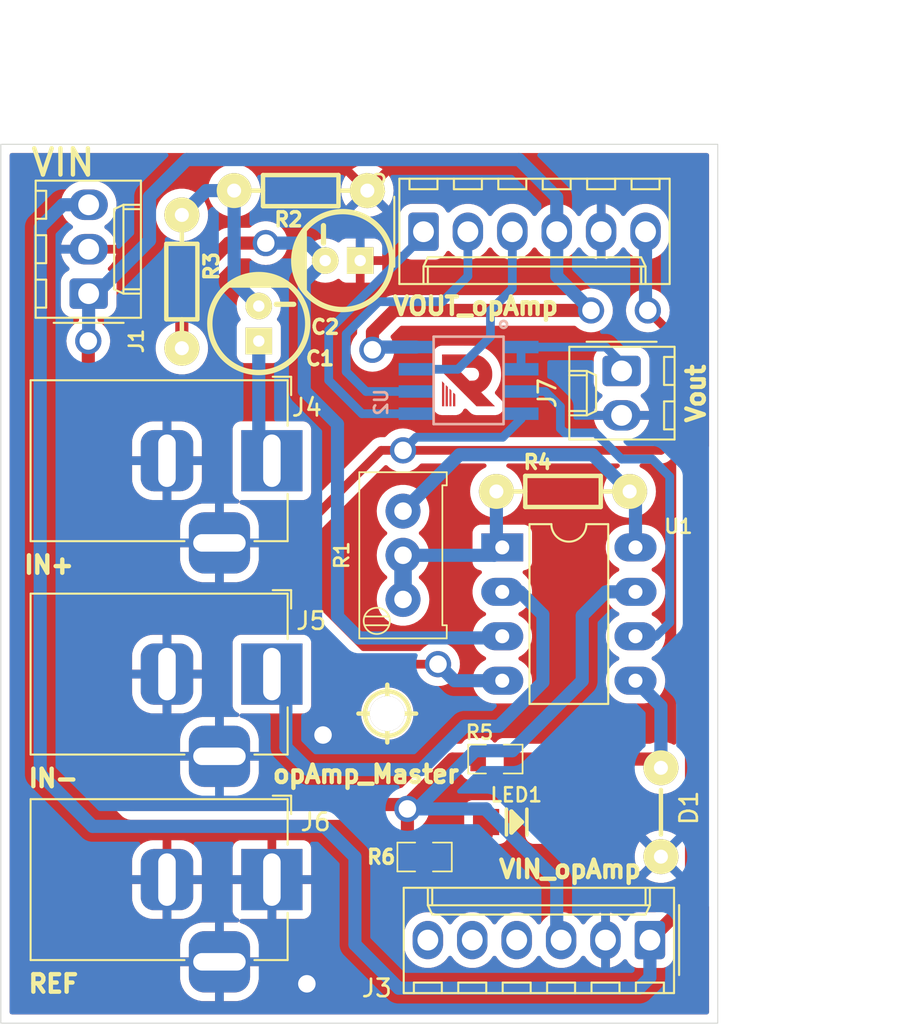
<source format=kicad_pcb>
(kicad_pcb (version 20240108) (generator "pcbnew") (generator_version "8.0")
  (title_block (title "Amplificador Electroencefalograma Master") (date "2025-04-28") (rev "v1.0") (company "E.E.S.T. N°5 \"2 de Abril\" Temperley") (comment 1 "Autor: Iván Romano") (comment 2 "Curso: 7mo 6ta") (comment 3 "Grupo: 2"))
  (layers (0 "F.Cu" signal) (31 "B.Cu" signal) (34 "B.Paste" user) (35 "F.Paste" user) (36 "B.SilkS" user "B.Silkscreen") (37 "F.SilkS" user "F.Silkscreen") (38 "B.Mask" user) (39 "F.Mask" user) (44 "Edge.Cuts" user))
  (net 0 "")
  (net 1 "/IN+")
  (net 2 "Net-(C1-Pad2)")
  (net 3 "/+IN_Clean")
  (net 4 "GND")
  (net 5 "+5V")
  (net 6 "-5V")
  (net 7 "/IN2-")
  (net 8 "/IN2+")
  (net 12 "/IN-")
  (net 13 "/Vout")
  (net 14 "Net-(R1-Pad1)")
  (net 15 "Net-(R1-Pad3)")
  (net 16 "/Vout_AD620")
  (net 17 "/Vref")
  (net 18 "/Out2")
  (net 20 "Net-(LED1-A)")
  (footprint "EESTN5:RES0.3" (layer "F.Cu") (at 162.4 97.6)
    (property "Reference" "R4" (at -1.45 -1.675 0) (layer "F.SilkS") (effects (font (size 0.8 0.8) (thickness 0.2))))
    (property "Value" "2,2k" (hide yes))
    (fp_line (start -2.159 -0.889) (end -2.159 0.889) (stroke (width 0.254)) (layer "F.SilkS"))
    (fp_line (start -2.159 0) (end -3.81 0) (stroke (width 0.254)) (layer "F.SilkS"))
    (fp_line (start -2.159 0.889) (end 2.159 0.889) (stroke (width 0.254)) (layer "F.SilkS"))
    (fp_line (start 2.159 -0.889) (end -2.159 -0.889) (stroke (width 0.254)) (layer "F.SilkS"))
    (fp_line (start 2.159 0) (end 3.81 0) (stroke (width 0.254)) (layer "F.SilkS"))
    (fp_line (start 2.159 0.889) (end 2.159 -0.889) (stroke (width 0.254)) (layer "F.SilkS"))
    (pad "1" thru_hole circle (at -3.81 0) (size 1.99898 1.99898) (drill 0.8001) (layers "*.Cu" "*.Mask" "F.SilkS") (net 14 "Net-(R1-Pad1)"))
    (pad "2" thru_hole circle (at 3.81 0) (size 1.99898 1.99898) (drill 0.8001) (layers "*.Cu" "*.Mask" "F.SilkS") (net 15 "Net-(R1-Pad3)"))
  )
  (footprint "Package_DIP:DIP-8_W7.62mm_LongPads" (layer "F.Cu") (at 158.925 100.8)
    (property "Reference" "U1" (at 10.075 -1.2 0) (layer "F.SilkS") (effects (font (size 0.8 0.8))))
    (property "Value" "AD620")
    (fp_line (start 1.56 -1.33) (end 1.56 8.95) (stroke (width 0.12)) (layer "F.SilkS"))
    (fp_line (start 1.56 8.95) (end 6.06 8.95) (stroke (width 0.12)) (layer "F.SilkS"))
    (fp_line (start 2.81 -1.33) (end 1.56 -1.33) (stroke (width 0.12)) (layer "F.SilkS"))
    (fp_line (start 6.06 -1.33) (end 4.81 -1.33) (stroke (width 0.12)) (layer "F.SilkS"))
    (fp_line (start 6.06 8.95) (end 6.06 -1.33) (stroke (width 0.12)) (layer "F.SilkS"))
    (fp_arc (start 4.81 -1.33) (mid 3.81 -0.33) (end 2.81 -1.33) (stroke (width 0.12)) (layer "F.SilkS"))
    (pad "1" thru_hole rect (at 0 0) (size 2.4 1.6) (drill 0.8) (layers "*.Cu" "*.Mask") (net 14 "Net-(R1-Pad1)"))
    (pad "2" thru_hole oval (at 0 2.54) (size 2.4 1.6) (drill 0.8) (layers "*.Cu" "*.Mask") (net 12 "/IN-"))
    (pad "3" thru_hole oval (at 0 5.08) (size 2.4 1.6) (drill 0.8) (layers "*.Cu" "*.Mask") (net 3 "/+IN_Clean"))
    (pad "4" thru_hole oval (at 0 7.62) (size 2.4 1.6) (drill 0.8) (layers "*.Cu" "*.Mask") (net 6 "-5V"))
    (pad "5" thru_hole oval (at 7.62 7.62) (size 2.4 1.6) (drill 0.8) (layers "*.Cu" "*.Mask") (net 17 "/Vref"))
    (pad "6" thru_hole oval (at 7.62 5.08) (size 2.4 1.6) (drill 0.8) (layers "*.Cu" "*.Mask") (net 16 "/Vout_AD620"))
    (pad "7" thru_hole oval (at 7.62 2.54) (size 2.4 1.6) (drill 0.8) (layers "*.Cu" "*.Mask") (net 5 "+5V"))
    (pad "8" thru_hole oval (at 7.62 0) (size 2.4 1.6) (drill 0.8) (layers "*.Cu" "*.Mask") (net 15 "Net-(R1-Pad3)"))
  )
  (footprint "Logo Romano:Logo_Romano" (layer "F.Cu") (at 157 91.25)
    (property "Reference" "G***" (hide yes))
    (property "Value" "LOGO" (hide yes))
    (fp_poly (pts (xy -1.453839 0.115519) (xy -1.389497 0.184722) (xy -1.389497 0.833426) (xy -1.389497 1.482129) (xy -1.45434 1.482129) (xy -1.519183 1.482129) (xy -1.518682 0.764223) (xy -1.518181 0.046316)) (fill solid) (layer "F.Cu"))
    (fp_poly (pts (xy -1.037491 0.528008) (xy -0.981911 0.581257) (xy -0.981911 1.031693) (xy -0.981911 1.482129) (xy -1.037491 1.482129) (xy -1.093071 1.482129) (xy -1.093071 0.978444) (xy -1.093071 0.474759)) (fill solid) (layer "F.Cu"))
    (fp_poly (pts (xy -0.852828 0.716236) (xy -0.818649 0.746554) (xy -0.809375 0.755973) (xy -0.759592 0.807935) (xy -0.759592 1.145032) (xy -0.759592 1.482129) (xy -0.824435 1.482129) (xy -0.889278 1.482129) (xy -0.889278 1.09307) (xy -0.888596 0.977526) (xy -0.886689 0.875628) (xy -0.883767 0.792788) (xy -0.880039 0.734418) (xy -0.875715 0.705932) (xy -0.874218 0.704011)) (fill solid) (layer "F.Cu"))
    (fp_poly (pts (xy -1.282057 0.289574) (xy -1.247426 0.318541) (xy -1.237666 0.327682) (xy -1.185704 0.377464) (xy -1.185704 0.929797) (xy -1.185704 1.482129) (xy -1.250547 1.482129) (xy -1.315391 1.482129) (xy -1.315391 0.880014) (xy -1.31501 0.73487) (xy -1.313929 0.60231) (xy -1.312242 0.486686) (xy -1.310042 0.392348) (xy -1.307421 0.323647) (xy -1.304473 0.284933) (xy -1.302509 0.277899)) (fill solid) (layer "F.Cu"))
    (fp_poly (pts (xy -0.335413 -1.482076) (xy -0.144705 -1.481708) (xy 0.015915 -1.480717) (xy 0.149929 -1.478795) (xy 0.260819 -1.475635) (xy 0.352069 -1.470927) (xy 0.427161 -1.464364) (xy 0.489577 -1.455637) (xy 0.5428 -1.444438) (xy 0.590312 -1.430458) (xy 0.635596 -1.41339) (xy 0.682134 -1.392924) (xy 0.733409 -1.368754) (xy 0.736233 -1.367407) (xy 0.813545 -1.324628) (xy 0.890455 -1.268458) (xy 0.975887 -1.192021) (xy 1.019241 -1.149432) (xy 1.132907 -1.024054) (xy 1.21824 -0.90163) (xy 1.281465 -0.771756) (xy 1.324982 -0.638529) (xy 1.343891 -0.534821) (xy 1.353092 -0.410124) (xy 1.352576 -0.27906) (xy 1.342336 -0.156249) (xy 1.32526 -0.066552) (xy 1.265633 0.095178) (xy 1.177428 0.253472) (xy 1.067085 0.399575) (xy 0.941043 0.524733) (xy 0.831184 0.605164) (xy 0.777014 0.640089) (xy 0.738084 0.668027) (xy 0.722557 0.683107) (xy 0.722538 0.683328) (xy 0.735139 0.698723) (xy 0.770798 0.736939) (xy 0.826304 0.794672) (xy 0.898442 0.868614) (xy 0.984 0.955459) (xy 1.079765 1.051901) (xy 1.116067 1.088281) (xy 1.509596 1.482129) (xy 0.981137 1.482129) (xy 0.452678 1.482129) (xy -0.533179 0.495587) (xy -1.519036 -0.490956) (xy -1.519071 -0.722539) (xy -0.694401 -0.722539) (xy -0.324043 -0.350835) (xy 0.046316 0.020869) (xy 0.205418 0.015066) (xy 0.288104 0.010558) (xy 0.345381 0.002376) (xy 0.388885 -0.012326) (xy 0.430252 -0.036396) (xy 0.438364 -0.04194) (xy 0.51949 -0.118184) (xy 0.572501 -0.210239) (xy 0.597707 -0.311304) (xy 0.595418 -0.414577) (xy 0.565944 -0.513254) (xy 0.509595 -0.600536) (xy 0.426682 -0.669619) (xy 0.409303 -0.679415) (xy 0.384047 -0.692157) (xy 0.35909 -0.702104) (xy 0.329684 -0.709604) (xy 0.291082 -0.715001) (xy 0.238536 -0.718641) (xy 0.167298 -0.72087) (xy 0.072623 -0.722031) (xy -0.050239 -0.722473) (xy -0.183375 -0.722539) (xy -0.694401 -0.722539) (xy -1.519071 -0.722539) (xy -1.51911 -0.986543) (xy -1.519183 -1.48213) (xy -0.559691 -1.48213)) (fill solid) (layer "F.Cu"))
  )
  (footprint "Connector_BarrelJack:BarrelJack_Horizontal" (layer "F.Cu") (at 145.75 108.0425)
    (property "Reference" "J5" (at 2.25 -3.0425 0) (layer "F.SilkS"))
    (property "Value" "IN-" (at -12.5 5.9575 0) (layer "F.SilkS") (effects (font (thickness 0.25) (bold yes))))
    (fp_line (start -13.8 -4.6) (end 0.9 -4.6) (stroke (width 0.12)) (layer "F.SilkS"))
    (fp_line (start -13.8 4.6) (end -13.8 -4.6) (stroke (width 0.12)) (layer "F.SilkS"))
    (fp_line (start -5 4.6) (end -13.8 4.6) (stroke (width 0.12)) (layer "F.SilkS"))
    (fp_line (start 0.05 -4.8) (end 1.1 -4.8) (stroke (width 0.12)) (layer "F.SilkS"))
    (fp_line (start 0.9 -4.6) (end 0.9 -2) (stroke (width 0.12)) (layer "F.SilkS"))
    (fp_line (start 0.9 1.9) (end 0.9 4.6) (stroke (width 0.12)) (layer "F.SilkS"))
    (fp_line (start 0.9 4.6) (end -1 4.6) (stroke (width 0.12)) (layer "F.SilkS"))
    (fp_line (start 1.1 -3.75) (end 1.1 -4.8) (stroke (width 0.12)) (layer "F.SilkS"))
    (pad "1" thru_hole rect (at 0 0) (size 3.5 3.5) (drill oval 1 3) (layers "*.Cu" "*.Mask") (net 12 "/IN-"))
    (pad "2" thru_hole roundrect (at -6 0) (size 3 3.5) (drill oval 1 3) (layers "*.Cu" "*.Mask") (net 4 "GND"))
    (pad "3" thru_hole roundrect (at -3 4.7) (size 3.5 3.5) (drill oval 3 1) (layers "*.Cu" "*.Mask") (net 4 "GND"))
  )
  (footprint "Connector_Molex:Molex_KK-254_AE-6410-06A_1x06_P2.54mm_Vertical" (layer "F.Cu") (at 167.37 123.25 180)
    (property "Reference" "J3" (at 15.62 -2.75 0) (layer "F.SilkS"))
    (property "Value" "VIN_opAmp" (at 4.57 4.05 0) (layer "F.SilkS") (effects (font (thickness 0.25) (bold yes))))
    (fp_line (start 14.08 2.99) (end 14.08 -3.03) (stroke (width 0.12)) (layer "F.SilkS"))
    (fp_line (start 14.08 -3.03) (end -1.38 -3.03) (stroke (width 0.12)) (layer "F.SilkS"))
    (fp_line (start 13.5 -2.43) (end 13.5 -3.03) (stroke (width 0.12)) (layer "F.SilkS"))
    (fp_line (start 12.7 1.99) (end 12.7 2.99) (stroke (width 0.12)) (layer "F.SilkS"))
    (fp_line (start 12.45 2.99) (end 12.45 1.99) (stroke (width 0.12)) (layer "F.SilkS"))
    (fp_line (start 12.45 1.46) (end 12.7 1.99) (stroke (width 0.12)) (layer "F.SilkS"))
    (fp_line (start 11.9 -2.43) (end 13.5 -2.43) (stroke (width 0.12)) (layer "F.SilkS"))
    (fp_line (start 11.9 -3.03) (end 11.9 -2.43) (stroke (width 0.12)) (layer "F.SilkS"))
    (fp_line (start 10.96 -2.43) (end 10.96 -3.03) (stroke (width 0.12)) (layer "F.SilkS"))
    (fp_line (start 9.36 -2.43) (end 10.96 -2.43) (stroke (width 0.12)) (layer "F.SilkS"))
    (fp_line (start 9.36 -3.03) (end 9.36 -2.43) (stroke (width 0.12)) (layer "F.SilkS"))
    (fp_line (start 8.42 -2.43) (end 8.42 -3.03) (stroke (width 0.12)) (layer "F.SilkS"))
    (fp_line (start 6.82 -2.43) (end 8.42 -2.43) (stroke (width 0.12)) (layer "F.SilkS"))
    (fp_line (start 6.82 -3.03) (end 6.82 -2.43) (stroke (width 0.12)) (layer "F.SilkS"))
    (fp_line (start 5.88 -2.43) (end 5.88 -3.03) (stroke (width 0.12)) (layer "F.SilkS"))
    (fp_line (start 4.28 -2.43) (end 5.88 -2.43) (stroke (width 0.12)) (layer "F.SilkS"))
    (fp_line (start 4.28 -3.03) (end 4.28 -2.43) (stroke (width 0.12)) (layer "F.SilkS"))
    (fp_line (start 3.34 -2.43) (end 3.34 -3.03) (stroke (width 0.12)) (layer "F.SilkS"))
    (fp_line (start 1.74 -2.43) (end 3.34 -2.43) (stroke (width 0.12)) (layer "F.SilkS"))
    (fp_line (start 1.74 -3.03) (end 1.74 -2.43) (stroke (width 0.12)) (layer "F.SilkS"))
    (fp_line (start 0.8 -2.43) (end 0.8 -3.03) (stroke (width 0.12)) (layer "F.SilkS"))
    (fp_line (start 0.25 2.99) (end 0.25 1.99) (stroke (width 0.12)) (layer "F.SilkS"))
    (fp_line (start 0.25 1.46) (end 12.45 1.46) (stroke (width 0.12)) (layer "F.SilkS"))
    (fp_line (start 0 2.99) (end 0 1.99) (stroke (width 0.12)) (layer "F.SilkS"))
    (fp_line (start 0 1.99) (end 12.7 1.99) (stroke (width 0.12)) (layer "F.SilkS"))
    (fp_line (start 0 1.99) (end 0.25 1.46) (stroke (width 0.12)) (layer "F.SilkS"))
    (fp_line (start -0.8 -2.43) (end 0.8 -2.43) (stroke (width 0.12)) (layer "F.SilkS"))
    (fp_line (start -0.8 -3.03) (end -0.8 -2.43) (stroke (width 0.12)) (layer "F.SilkS"))
    (fp_line (start -1.38 2.99) (end 14.08 2.99) (stroke (width 0.12)) (layer "F.SilkS"))
    (fp_line (start -1.38 -3.03) (end -1.38 2.99) (stroke (width 0.12)) (layer "F.SilkS"))
    (fp_line (start -1.67 -2) (end -1.67 2) (stroke (width 0.12)) (layer "F.SilkS"))
    (pad "1" thru_hole roundrect (at 0 0 180) (size 1.74 2.19) (drill 1.19) (layers "*.Cu" "*.Mask") (roundrect_rratio 0.143678) (net 6 "-5V"))
    (pad "2" thru_hole oval (at 2.54 0 180) (size 1.74 2.19) (drill 1.19) (layers "*.Cu" "*.Mask") (net 4 "GND"))
    (pad "3" thru_hole oval (at 5.08 0 180) (size 1.74 2.19) (drill 1.19) (layers "*.Cu" "*.Mask") (net 5 "+5V"))
    (pad "4" thru_hole oval (at 7.62 0 180) (size 1.74 2.19) (drill 1.19) (layers "*.Cu" "*.Mask"))
    (pad "5" thru_hole oval (at 10.16 0 180) (size 1.74 2.19) (drill 1.19) (layers "*.Cu" "*.Mask"))
    (pad "6" thru_hole oval (at 12.7 0 180) (size 1.74 2.19) (drill 1.19) (layers "*.Cu" "*.Mask"))
  )
  (footprint "Connector_Molex:Molex_KK-254_AE-6410-02A_1x02_P2.54mm_Vertical" (layer "F.Cu") (at 165.75 90.71 -90)
    (property "Reference" "J7" (at 1.27 4.25 90) (layer "F.SilkS"))
    (property "Value" "Vout" (at 1.29 -4.25 90) (layer "F.SilkS") (effects (font (thickness 0.25) (bold yes))))
    (fp_line (start -1.38 2.99) (end 3.92 2.99) (stroke (width 0.12)) (layer "F.SilkS"))
    (fp_line (start 0 2.99) (end 0 1.99) (stroke (width 0.12)) (layer "F.SilkS"))
    (fp_line (start 0.25 2.99) (end 0.25 1.99) (stroke (width 0.12)) (layer "F.SilkS"))
    (fp_line (start 2.29 2.99) (end 2.29 1.99) (stroke (width 0.12)) (layer "F.SilkS"))
    (fp_line (start 3.92 2.99) (end 3.92 -3.03) (stroke (width 0.12)) (layer "F.SilkS"))
    (fp_line (start 0 1.99) (end 2.54 1.99) (stroke (width 0.12)) (layer "F.SilkS"))
    (fp_line (start 0 1.99) (end 0.25 1.46) (stroke (width 0.12)) (layer "F.SilkS"))
    (fp_line (start 2.54 1.99) (end 2.54 2.99) (stroke (width 0.12)) (layer "F.SilkS"))
    (fp_line (start 0.25 1.46) (end 2.29 1.46) (stroke (width 0.12)) (layer "F.SilkS"))
    (fp_line (start 2.29 1.46) (end 2.54 1.99) (stroke (width 0.12)) (layer "F.SilkS"))
    (fp_line (start -1.67 -2) (end -1.67 2) (stroke (width 0.12)) (layer "F.SilkS"))
    (fp_line (start -0.8 -2.43) (end 0.8 -2.43) (stroke (width 0.12)) (layer "F.SilkS"))
    (fp_line (start 0.8 -2.43) (end 0.8 -3.03) (stroke (width 0.12)) (layer "F.SilkS"))
    (fp_line (start 1.74 -2.43) (end 3.34 -2.43) (stroke (width 0.12)) (layer "F.SilkS"))
    (fp_line (start 3.34 -2.43) (end 3.34 -3.03) (stroke (width 0.12)) (layer "F.SilkS"))
    (fp_line (start -1.38 -3.03) (end -1.38 2.99) (stroke (width 0.12)) (layer "F.SilkS"))
    (fp_line (start -0.8 -3.03) (end -0.8 -2.43) (stroke (width 0.12)) (layer "F.SilkS"))
    (fp_line (start 1.74 -3.03) (end 1.74 -2.43) (stroke (width 0.12)) (layer "F.SilkS"))
    (fp_line (start 3.92 -3.03) (end -1.38 -3.03) (stroke (width 0.12)) (layer "F.SilkS"))
    (pad "1" thru_hole roundrect (at 0 0 270) (size 1.74 2.19) (drill 1.19) (layers "*.Cu" "*.Mask") (roundrect_rratio 0.143678) (net 13 "/Vout"))
    (pad "2" thru_hole oval (at 2.54 0 270) (size 1.74 2.19) (drill 1.19) (layers "*.Cu" "*.Mask") (net 4 "GND"))
  )
  (footprint "EESTN5:CAP_ELEC_5x11mm" (layer "F.Cu") (at 145 88)
    (property "Reference" "C1" (at 3.5 2 0) (layer "F.SilkS") (effects (font (size 0.8 0.8) (thickness 0.2))))
    (property "Value" "120u" (hide yes))
    (fp_line (start -1.7 -2.2) (end 1.7 -2.2) (stroke (width 0.3048)) (layer "F.SilkS"))
    (fp_line (start -1.3 -2.4) (end 1.3 -2.4) (stroke (width 0.3048)) (layer "F.SilkS"))
    (fp_line (start -0.8 -2.6) (end 0.8 -2.6) (stroke (width 0.3048)) (layer "F.SilkS"))
    (fp_line (start 1 -1.1) (end 2 -1.1) (stroke (width 0.3)) (layer "F.SilkS"))
    (fp_circle (center 0 0) (end 2.8 0) (stroke (width 0.3048)) (fill none) (layer "F.SilkS"))
    (pad "1" thru_hole rect (at 0 1) (size 1.524 1.524) (drill 0.65) (layers "*.Cu" "*.Mask" "F.SilkS") (net 1 "/IN+"))
    (pad "2" thru_hole circle (at 0 -1) (size 1.524 1.524) (drill 0.65) (layers "*.Cu" "*.Mask" "F.SilkS") (net 2 "Net-(C1-Pad2)"))
  )
  (footprint "Connector_Molex:Molex_KK-254_AE-6410-06A_1x06_P2.54mm_Vertical" (layer "F.Cu") (at 154.42 82.75)
    (property "Reference" "J2" (at -2.92 -2.75 0) (layer "F.SilkS"))
    (property "Value" "VOUT_opAmp" (at 2.98 4.25 0) (layer "F.SilkS") (effects (font (thickness 0.25) (bold yes))))
    (fp_line (start -1.67 -2) (end -1.67 2) (stroke (width 0.12)) (layer "F.SilkS"))
    (fp_line (start -1.38 -3.03) (end -1.38 2.99) (stroke (width 0.12)) (layer "F.SilkS"))
    (fp_line (start -1.38 2.99) (end 14.08 2.99) (stroke (width 0.12)) (layer "F.SilkS"))
    (fp_line (start -0.8 -3.03) (end -0.8 -2.43) (stroke (width 0.12)) (layer "F.SilkS"))
    (fp_line (start -0.8 -2.43) (end 0.8 -2.43) (stroke (width 0.12)) (layer "F.SilkS"))
    (fp_line (start 0 1.99) (end 0.25 1.46) (stroke (width 0.12)) (layer "F.SilkS"))
    (fp_line (start 0 1.99) (end 12.7 1.99) (stroke (width 0.12)) (layer "F.SilkS"))
    (fp_line (start 0 2.99) (end 0 1.99) (stroke (width 0.12)) (layer "F.SilkS"))
    (fp_line (start 0.25 1.46) (end 12.45 1.46) (stroke (width 0.12)) (layer "F.SilkS"))
    (fp_line (start 0.25 2.99) (end 0.25 1.99) (stroke (width 0.12)) (layer "F.SilkS"))
    (fp_line (start 0.8 -2.43) (end 0.8 -3.03) (stroke (width 0.12)) (layer "F.SilkS"))
    (fp_line (start 1.74 -3.03) (end 1.74 -2.43) (stroke (width 0.12)) (layer "F.SilkS"))
    (fp_line (start 1.74 -2.43) (end 3.34 -2.43) (stroke (width 0.12)) (layer "F.SilkS"))
    (fp_line (start 3.34 -2.43) (end 3.34 -3.03) (stroke (width 0.12)) (layer "F.SilkS"))
    (fp_line (start 4.28 -3.03) (end 4.28 -2.43) (stroke (width 0.12)) (layer "F.SilkS"))
    (fp_line (start 4.28 -2.43) (end 5.88 -2.43) (stroke (width 0.12)) (layer "F.SilkS"))
    (fp_line (start 5.88 -2.43) (end 5.88 -3.03) (stroke (width 0.12)) (layer "F.SilkS"))
    (fp_line (start 6.82 -3.03) (end 6.82 -2.43) (stroke (width 0.12)) (layer "F.SilkS"))
    (fp_line (start 6.82 -2.43) (end 8.42 -2.43) (stroke (width 0.12)) (layer "F.SilkS"))
    (fp_line (start 8.42 -2.43) (end 8.42 -3.03) (stroke (width 0.12)) (layer "F.SilkS"))
    (fp_line (start 9.36 -3.03) (end 9.36 -2.43) (stroke (width 0.12)) (layer "F.SilkS"))
    (fp_line (start 9.36 -2.43) (end 10.96 -2.43) (stroke (width 0.12)) (layer "F.SilkS"))
    (fp_line (start 10.96 -2.43) (end 10.96 -3.03) (stroke (width 0.12)) (layer "F.SilkS"))
    (fp_line (start 11.9 -3.03) (end 11.9 -2.43) (stroke (width 0.12)) (layer "F.SilkS"))
    (fp_line (start 11.9 -2.43) (end 13.5 -2.43) (stroke (width 0.12)) (layer "F.SilkS"))
    (fp_line (start 12.45 1.46) (end 12.7 1.99) (stroke (width 0.12)) (layer "F.SilkS"))
    (fp_line (start 12.45 2.99) (end 12.45 1.99) (stroke (width 0.12)) (layer "F.SilkS"))
    (fp_line (start 12.7 1.99) (end 12.7 2.99) (stroke (width 0.12)) (layer "F.SilkS"))
    (fp_line (start 13.5 -2.43) (end 13.5 -3.03) (stroke (width 0.12)) (layer "F.SilkS"))
    (fp_line (start 14.08 -3.03) (end -1.38 -3.03) (stroke (width 0.12)) (layer "F.SilkS"))
    (fp_line (start 14.08 2.99) (end 14.08 -3.03) (stroke (width 0.12)) (layer "F.SilkS"))
    (pad "1" thru_hole roundrect (at 0 0) (size 1.74 2.19) (drill 1.19) (layers "*.Cu" "*.Mask") (roundrect_rratio 0.143678) (net 8 "/IN2+"))
    (pad "2" thru_hole oval (at 2.54 0) (size 1.74 2.19) (drill 1.19) (layers "*.Cu" "*.Mask") (net 7 "/IN2-"))
    (pad "3" thru_hole oval (at 5.08 0) (size 1.74 2.19) (drill 1.19) (layers "*.Cu" "*.Mask") (net 18 "/Out2"))
    (pad "4" thru_hole oval (at 7.62 0) (size 1.74 2.19) (drill 1.19) (layers "*.Cu" "*.Mask") (net 5 "+5V"))
    (pad "5" thru_hole oval (at 10.16 0) (size 1.74 2.19) (drill 1.19) (layers "*.Cu" "*.Mask") (net 4 "GND"))
    (pad "6" thru_hole oval (at 12.7 0) (size 1.74 2.19) (drill 1.19) (layers "*.Cu" "*.Mask") (net 6 "-5V"))
  )
  (footprint "Connector_Molex:Molex_KK-254_AE-6410-03A_1x03_P2.54mm_Vertical" (layer "F.Cu") (at 135.27 86.29 90)
    (property "Reference" "J1" (at -2.71 2.73 90) (layer "F.SilkS") (effects (font (size 0.8 0.8))))
    (property "Value" "VIN" (at 7.49 -1.47 180) (layer "F.SilkS") (effects (font (size 1.5 1.5) (thickness 0.25) (bold yes))))
    (fp_line (start 6.46 -3.03) (end -1.38 -3.03) (stroke (width 0.12)) (layer "F.SilkS"))
    (fp_line (start 4.28 -3.03) (end 4.28 -2.43) (stroke (width 0.12)) (layer "F.SilkS"))
    (fp_line (start 1.74 -3.03) (end 1.74 -2.43) (stroke (width 0.12)) (layer "F.SilkS"))
    (fp_line (start -0.8 -3.03) (end -0.8 -2.43) (stroke (width 0.12)) (layer "F.SilkS"))
    (fp_line (start -1.38 -3.03) (end -1.38 2.99) (stroke (width 0.12)) (layer "F.SilkS"))
    (fp_line (start 5.88 -2.43) (end 5.88 -3.03) (stroke (width 0.12)) (layer "F.SilkS"))
    (fp_line (start 4.28 -2.43) (end 5.88 -2.43) (stroke (width 0.12)) (layer "F.SilkS"))
    (fp_line (start 3.34 -2.43) (end 3.34 -3.03) (stroke (width 0.12)) (layer "F.SilkS"))
    (fp_line (start 1.74 -2.43) (end 3.34 -2.43) (stroke (width 0.12)) (layer "F.SilkS"))
    (fp_line (start 0.8 -2.43) (end 0.8 -3.03) (stroke (width 0.12)) (layer "F.SilkS"))
    (fp_line (start -0.8 -2.43) (end 0.8 -2.43) (stroke (width 0.12)) (layer "F.SilkS"))
    (fp_line (start -1.67 -2) (end -1.67 2) (stroke (width 0.12)) (layer "F.SilkS"))
    (fp_line (start 4.83 1.46) (end 5.08 1.99) (stroke (width 0.12)) (layer "F.SilkS"))
    (fp_line (start 0.25 1.46) (end 4.83 1.46) (stroke (width 0.12)) (layer "F.SilkS"))
    (fp_line (start 5.08 1.99) (end 5.08 2.99) (stroke (width 0.12)) (layer "F.SilkS"))
    (fp_line (start 0 1.99) (end 0.25 1.46) (stroke (width 0.12)) (layer "F.SilkS"))
    (fp_line (start 0 1.99) (end 5.08 1.99) (stroke (width 0.12)) (layer "F.SilkS"))
    (fp_line (start 6.46 2.99) (end 6.46 -3.03) (stroke (width 0.12)) (layer "F.SilkS"))
    (fp_line (start 4.83 2.99) (end 4.83 1.99) (stroke (width 0.12)) (layer "F.SilkS"))
    (fp_line (start 0.25 2.99) (end 0.25 1.99) (stroke (width 0.12)) (layer "F.SilkS"))
    (fp_line (start 0 2.99) (end 0 1.99) (stroke (width 0.12)) (layer "F.SilkS"))
    (fp_line (start -1.38 2.99) (end 6.46 2.99) (stroke (width 0.12)) (layer "F.SilkS"))
    (pad "1" thru_hole roundrect (at 0 0 90) (size 1.74 2.19) (drill 1.19) (layers "*.Cu" "*.Mask") (roundrect_rratio 0.143678) (net 5 "+5V"))
    (pad "2" thru_hole oval (at 2.54 0 90) (size 1.74 2.19) (drill 1.19) (layers "*.Cu" "*.Mask") (net 4 "GND"))
    (pad "3" thru_hole oval (at 5.08 0 90) (size 1.74 2.19) (drill 1.19) (layers "*.Cu" "*.Mask") (net 6 "-5V"))
  )
  (footprint "EESTN5:CAP_ELEC_5x11mm" (layer "F.Cu") (at 149.8 84.4 90)
    (property "Reference" "C2" (at -3.8 -1 180) (layer "F.SilkS") (effects (font (size 0.8 0.8) (thickness 0.2))))
    (property "Value" "47u" (hide yes))
    (fp_line (start -0.8 -2.6) (end 0.8 -2.6) (stroke (width 0.3048)) (layer "F.SilkS"))
    (fp_line (start -1.3 -2.4) (end 1.3 -2.4) (stroke (width 0.3048)) (layer "F.SilkS"))
    (fp_line (start -1.7 -2.2) (end 1.7 -2.2) (stroke (width 0.3048)) (layer "F.SilkS"))
    (fp_line (start 1 -1.1) (end 2 -1.1) (stroke (width 0.3)) (layer "F.SilkS"))
    (fp_circle (center 0 0) (end 2.8 0) (stroke (width 0.3048)) (fill none) (layer "F.SilkS"))
    (pad "1" thru_hole rect (at 0 1 90) (size 1.524 1.524) (drill 0.65) (layers "*.Cu" "*.Mask" "F.SilkS") (net 4 "GND"))
    (pad "2" thru_hole circle (at 0 -1 90) (size 1.524 1.524) (drill 0.65) (layers "*.Cu" "*.Mask" "F.SilkS") (net 3 "/+IN_Clean"))
  )
  (footprint "EESTN5:LED_1206" (layer "F.Cu") (at 159.74752 116.5)
    (property "Reference" "LED1" (at -0.02252 -1.55 0) (layer "F.SilkS") (effects (font (size 0.8001 0.8001) (thickness 0.14986))))
    (property "Value" "LED" (hide yes))
    (fp_line (start -0.5842 -0.7366) (end -0.5842 0.7366) (stroke (width 0.2032)) (layer "F.SilkS"))
    (fp_line (start -0.29972 -0.59944) (end -0.29972 0.59944) (stroke (width 0.254)) (layer "F.SilkS"))
    (fp_line (start -0.29972 0.59944) (end 0.29972 0) (stroke (width 0.254)) (layer "F.SilkS"))
    (fp_line (start -0.09906 0.29972) (end -0.09906 -0.29972) (stroke (width 0.254)) (layer "F.SilkS"))
    (fp_line (start 0 -0.20066) (end 0 0.09906) (stroke (width 0.254)) (layer "F.SilkS"))
    (fp_line (start 0.29972 0) (end -0.29972 -0.59944) (stroke (width 0.254)) (layer "F.SilkS"))
    (fp_line (start 0.5842 0.7366) (end 0.5842 -0.7366) (stroke (width 0.2032)) (layer "F.SilkS"))
    (pad "1" smd rect (at -1.74752 0) (size 1.4986 1.4986) (layers "F.Cu" "F.Paste" "F.Mask") (net 20 "Net-(LED1-A)"))
    (pad "2" smd rect (at 1.74752 0) (size 1.4986 1.4986) (layers "F.Cu" "F.Paste" "F.Mask") (net 4 "GND"))
  )
  (footprint "Connector_BarrelJack:BarrelJack_Horizontal" (layer "F.Cu") (at 145.75 119.7925)
    (property "Reference" "J6" (at 2.5 -3.2925 0) (layer "F.SilkS"))
    (property "Value" "REF" (at -12.5 5.9575 0) (layer "F.SilkS") (effects (font (thickness 0.25) (bold yes))))
    (fp_line (start -13.8 -4.6) (end 0.9 -4.6) (stroke (width 0.12)) (layer "F.SilkS"))
    (fp_line (start -13.8 4.6) (end -13.8 -4.6) (stroke (width 0.12)) (layer "F.SilkS"))
    (fp_line (start -5 4.6) (end -13.8 4.6) (stroke (width 0.12)) (layer "F.SilkS"))
    (fp_line (start 0.05 -4.8) (end 1.1 -4.8) (stroke (width 0.12)) (layer "F.SilkS"))
    (fp_line (start 0.9 -4.6) (end 0.9 -2) (stroke (width 0.12)) (layer "F.SilkS"))
    (fp_line (start 0.9 1.9) (end 0.9 4.6) (stroke (width 0.12)) (layer "F.SilkS"))
    (fp_line (start 0.9 4.6) (end -1 4.6) (stroke (width 0.12)) (layer "F.SilkS"))
    (fp_line (start 1.1 -3.75) (end 1.1 -4.8) (stroke (width 0.12)) (layer "F.SilkS"))
    (pad "1" thru_hole rect (at 0 0) (size 3.5 3.5) (drill oval 1 3) (layers "*.Cu" "*.Mask") (net 4 "GND"))
    (pad "2" thru_hole roundrect (at -6 0) (size 3 3.5) (drill oval 1 3) (layers "*.Cu" "*.Mask") (net 4 "GND"))
    (pad "3" thru_hole roundrect (at -3 4.7) (size 3.5 3.5) (drill oval 3 1) (layers "*.Cu" "*.Mask") (net 4 "GND"))
  )
  (footprint "EESTN5:RES0.3" (layer "F.Cu") (at 147.4 80.4)
    (property "Reference" "R2" (at -0.7 1.65 0) (layer "F.SilkS") (effects (font (size 0.8 0.8) (thickness 0.2))))
    (property "Value" "2,7k" (hide yes))
    (fp_line (start -2.159 -0.889) (end -2.159 0.889) (stroke (width 0.254)) (layer "F.SilkS"))
    (fp_line (start -2.159 0) (end -3.81 0) (stroke (width 0.254)) (layer "F.SilkS"))
    (fp_line (start -2.159 0.889) (end 2.159 0.889) (stroke (width 0.254)) (layer "F.SilkS"))
    (fp_line (start 2.159 -0.889) (end -2.159 -0.889) (stroke (width 0.254)) (layer "F.SilkS"))
    (fp_line (start 2.159 0) (end 3.81 0) (stroke (width 0.254)) (layer "F.SilkS"))
    (fp_line (start 2.159 0.889) (end 2.159 -0.889) (stroke (width 0.254)) (layer "F.SilkS"))
    (pad "1" thru_hole circle (at -3.81 0) (size 1.99898 1.99898) (drill 0.8001) (layers "*.Cu" "*.Mask" "F.SilkS") (net 2 "Net-(C1-Pad2)"))
    (pad "2" thru_hole circle (at 3.81 0) (size 1.99898 1.99898) (drill 0.8001) (layers "*.Cu" "*.Mask" "F.SilkS") (net 4 "GND"))
  )
  (footprint "Logo Romano:Potenciometer_Trimpot" (layer "F.Cu") (at 153.25 101.25 90)
    (property "Reference" "R1" (at 0 -3.5 90) (layer "F.SilkS") (effects (font (size 0.8 0.8))))
    (property "Value" "10k")
    (fp_line (start 4.75 -2.5) (end 4.75 2.5) (stroke (width 0.1)) (layer "F.SilkS"))
    (fp_line (start -4.75 -2.5) (end 4.75 -2.5) (stroke (width 0.1)) (layer "F.SilkS"))
    (fp_line (start -3.5 -2.2) (end -3.5 -0.8) (stroke (width 0.1)) (layer "F.SilkS"))
    (fp_line (start -4 -2.2) (end -4 -0.8) (stroke (width 0.1)) (layer "F.SilkS"))
    (fp_line (start 4 2.25) (end 4 2.5) (stroke (width 0.1)) (layer "F.SilkS"))
    (fp_line (start -4 2.25) (end 4 2.25) (stroke (width 0.1)) (layer "F.SilkS"))
    (fp_line (start 4.75 2.5) (end 4 2.5) (stroke (width 0.1)) (layer "F.SilkS"))
    (fp_line (start -4 2.5) (end -4 2.25) (stroke (width 0.1)) (layer "F.SilkS"))
    (fp_line (start -4.75 2.5) (end -4.75 -2.5) (stroke (width 0.1)) (layer "F.SilkS"))
    (fp_line (start -4.75 2.5) (end -4 2.5) (stroke (width 0.1)) (layer "F.SilkS"))
    (fp_circle (center -3.75 -1.5) (end -3 -1.5) (stroke (width 0.1)) (fill none) (layer "F.SilkS"))
    (pad "1" thru_hole circle (at -2.525 0 90) (size 2 2) (drill 1) (layers "*.Cu" "*.Mask") (net 14 "Net-(R1-Pad1)"))
    (pad "2" thru_hole circle (at 0 0 90) (size 2 2) (drill 1) (layers "*.Cu" "*.Mask") (net 14 "Net-(R1-Pad1)"))
    (pad "3" thru_hole circle (at 2.525 0 90) (size 2 2) (drill 1) (layers "*.Cu" "*.Mask") (net 15 "Net-(R1-Pad3)"))
  )
  (footprint "EESTN5:RES0.2" (layer "F.Cu") (at 168 115.94 90)
    (property "Reference" "D1" (at 0.25 1.6 90) (layer "F.SilkS"))
    (property "Value" "D_Zener")
    (fp_line (start -1.27 0) (end 1.27 0) (stroke (width 0.254)) (layer "F.SilkS"))
    (fp_circle (center -2.54 0) (end -2.159 0) (stroke (width 0.3048)) (fill none) (layer "F.SilkS"))
    (pad "1" thru_hole circle (at -2.54 0 90) (size 1.99898 1.99898) (drill 0.8001) (layers "*.Cu" "*.Mask" "F.SilkS") (net 4 "GND"))
    (pad "2" thru_hole circle (at 2.54 0 90) (size 1.99898 1.99898) (drill 0.8001) (layers "*.Cu" "*.Mask" "F.SilkS") (net 17 "/Vref"))
  )
  (footprint "EESTN5:hole_2mm" (layer "F.Cu") (at 152.35 110.3)
    (property "Reference" "J8" (hide yes))
    (property "Value" "Mounting_Hole" (hide yes))
    (fp_line (start -1.651 0) (end 1.651 0) (stroke (width 0.254)) (layer "F.SilkS"))
    (fp_line (start 0 -1.651) (end 0 1.651) (stroke (width 0.254)) (layer "F.SilkS"))
    (fp_circle (center 0 0) (end 1.27 -0.127) (stroke (width 0.254)) (fill none) (layer "F.SilkS"))
    (pad "1" thru_hole circle (at 0 0) (size 1.99898 1.99898) (drill 1.99898) (layers "*.Cu" "F.SilkS"))
  )
  (footprint "EESTN5:R_0805" (layer "F.Cu") (at 158.5 112.9)
    (property "Reference" "R5" (at -0.875 -1.525 0) (layer "F.SilkS") (effects (font (size 0.8 0.8) (thickness 0.15) (bold yes))))
    (property "Value" "330" (hide yes))
    (fp_line (start -1.524 -0.8255) (end -0.508 -0.8255) (stroke (width 0.09906)) (layer "F.SilkS"))
    (fp_line (start -1.524 0.8255) (end -1.524 -0.8255) (stroke (width 0.09906)) (layer "F.SilkS"))
    (fp_line (start -0.508 0.8255) (end -1.524 0.8255) (stroke (width 0.09906)) (layer "F.SilkS"))
    (fp_line (start 0.508 -0.8255) (end 1.5875 -0.8255) (stroke (width 0.09906)) (layer "F.SilkS"))
    (fp_line (start 1.5875 -0.8255) (end 1.5875 0.8255) (stroke (width 0.09906)) (layer "F.SilkS"))
    (fp_line (start 1.5875 0.8255) (end 0.508 0.8255) (stroke (width 0.09906)) (layer "F.SilkS"))
    (pad "1" smd rect (at -0.9525 0) (size 0.889 1.397) (layers "F.Cu" "F.Paste" "F.Mask") (net 5 "+5V"))
    (pad "2" smd rect (at 0.9525 0) (size 0.889 1.397) (layers "F.Cu" "F.Paste" "F.Mask") (net 17 "/Vref"))
  )
  (footprint "EESTN5:RES0.3" (layer "F.Cu") (at 140.6 85.6 -90)
    (property "Reference" "R3" (at -0.875 -1.7 90) (layer "F.SilkS") (effects (font (size 0.8 0.8) (thickness 0.2))))
    (property "Value" "68" (hide yes))
    (fp_line (start -2.159 0.889) (end 2.159 0.889) (stroke (width 0.254)) (layer "F.SilkS"))
    (fp_line (start 2.159 0.889) (end 2.159 -0.889) (stroke (width 0.254)) (layer "F.SilkS"))
    (fp_line (start -2.159 0) (end -3.81 0) (stroke (width 0.254)) (layer "F.SilkS"))
    (fp_line (start 2.159 0) (end 3.81 0) (stroke (width 0.254)) (layer "F.SilkS"))
    (fp_line (start -2.159 -0.889) (end -2.159 0.889) (stroke (width 0.254)) (layer "F.SilkS"))
    (fp_line (start 2.159 -0.889) (end -2.159 -0.889) (stroke (width 0.254)) (layer "F.SilkS"))
    (pad "1" thru_hole circle (at -3.81 0 270) (size 1.99898 1.99898) (drill 0.8001) (layers "*.Cu" "*.Mask" "F.SilkS") (net 2 "Net-(C1-Pad2)"))
    (pad "2" thru_hole circle (at 3.81 0 270) (size 1.99898 1.99898) (drill 0.8001) (layers "*.Cu" "*.Mask" "F.SilkS") (net 3 "/+IN_Clean"))
  )
  (footprint "EESTN5:R_0805" (layer "F.Cu") (at 154.4525 118.5)
    (property "Reference" "R6" (at -2.4525 0 0) (layer "F.SilkS") (effects (font (size 0.8 0.8) (thickness 0.2))))
    (property "Value" "1k" (hide yes))
    (fp_line (start -1.524 -0.8255) (end -0.508 -0.8255) (stroke (width 0.09906)) (layer "F.SilkS"))
    (fp_line (start -1.524 0.8255) (end -1.524 -0.8255) (stroke (width 0.09906)) (layer "F.SilkS"))
    (fp_line (start -0.508 0.8255) (end -1.524 0.8255) (stroke (width 0.09906)) (layer "F.SilkS"))
    (fp_line (start 0.508 -0.8255) (end 1.5875 -0.8255) (stroke (width 0.09906)) (layer "F.SilkS"))
    (fp_line (start 1.5875 -0.8255) (end 1.5875 0.8255) (stroke (width 0.09906)) (layer "F.SilkS"))
    (fp_line (start 1.5875 0.8255) (end 0.508 0.8255) (stroke (width 0.09906)) (layer "F.SilkS"))
    (pad "1" smd rect (at -0.9525 0) (size 0.889 1.397) (layers "F.Cu" "F.Paste" "F.Mask") (net 5 "+5V"))
    (pad "2" smd rect (at 0.9525 0) (size 0.889 1.397) (layers "F.Cu" "F.Paste" "F.Mask") (net 20 "Net-(LED1-A)"))
  )
  (footprint "Connector_BarrelJack:BarrelJack_Horizontal" (layer "F.Cu") (at 145.75 95.8425)
    (property "Reference" "J4" (at 2 -3.0425 0) (layer "F.SilkS"))
    (property "Value" "IN+" (at -12.75 5.9575 0) (layer "F.SilkS") (effects (font (thickness 0.25) (bold yes))))
    (fp_line (start -13.8 -4.6) (end 0.9 -4.6) (stroke (width 0.12)) (layer "F.SilkS"))
    (fp_line (start -13.8 4.6) (end -13.8 -4.6) (stroke (width 0.12)) (layer "F.SilkS"))
    (fp_line (start -5 4.6) (end -13.8 4.6) (stroke (width 0.12)) (layer "F.SilkS"))
    (fp_line (start 0.05 -4.8) (end 1.1 -4.8) (stroke (width 0.12)) (layer "F.SilkS"))
    (fp_line (start 0.9 -4.6) (end 0.9 -2) (stroke (width 0.12)) (layer "F.SilkS"))
    (fp_line (start 0.9 1.9) (end 0.9 4.6) (stroke (width 0.12)) (layer "F.SilkS"))
    (fp_line (start 0.9 4.6) (end -1 4.6) (stroke (width 0.12)) (layer "F.SilkS"))
    (fp_line (start 1.1 -3.75) (end 1.1 -4.8) (stroke (width 0.12)) (layer "F.SilkS"))
    (pad "1" thru_hole rect (at 0 0) (size 3.5 3.5) (drill oval 1 3) (layers "*.Cu" "*.Mask") (net 1 "/IN+"))
    (pad "2" thru_hole roundrect (at -6 0) (size 3 3.5) (drill oval 1 3) (layers "*.Cu" "*.Mask") (net 4 "GND"))
    (pad "3" thru_hole roundrect (at -3 4.7) (size 3.5 3.5) (drill oval 3 1) (layers "*.Cu" "*.Mask") (net 4 "GND"))
  )
  (footprint "MacroLib:SSOP-8" (layer "B.Cu") (at 157 91.25 -90)
    (property "Reference" "U2" (at 1.25 5 90) (layer "B.SilkS") (effects (font (size 0.7493 0.7493) (thickness 0.14986)) (justify mirror)))
    (property "Value" "~" (hide yes))
    (fp_line (start -2.5 2) (end 2.5 2) (stroke (width 0.15)) (layer "B.SilkS"))
    (fp_line (start -2.5 -2) (end -2.5 2) (stroke (width 0.15)) (layer "B.SilkS"))
    (fp_line (start 2.5 -2) (end 2.5 2) (stroke (width 0.15)) (layer "B.SilkS"))
    (fp_line (start 2.5 -2) (end -2.5 -2) (stroke (width 0.15)) (layer "B.SilkS"))
    (fp_circle (center -3.2 -2) (end -3 -2) (stroke (width 0.15)) (fill none) (layer "B.SilkS"))
    (pad "1" smd rect (at -1.905 -3 270) (size 0.7112 2) (layers "B.Cu" "B.Paste" "B.Mask") (net 13 "/Vout"))
    (pad "2" smd rect (at -0.635 -3 270) (size 0.7112 2) (layers "B.Cu" "B.Paste" "B.Mask") (net 13 "/Vout"))
    (pad "3" smd rect (at 0.635 -3 270) (size 0.7112 2) (layers "B.Cu" "B.Paste" "B.Mask") (net 16 "/Vout_AD620"))
    (pad "4" smd rect (at 1.905 -3 270) (size 0.7112 2) (layers "B.Cu" "B.Paste" "B.Mask") (net 6 "-5V"))
    (pad "5" smd rect (at 1.905 3 90) (size 0.7112 2) (layers "B.Cu" "B.Paste" "B.Mask") (net 8 "/IN2+"))
    (pad "6" smd rect (at 0.635 3 90) (size 0.7112 2) (layers "B.Cu" "B.Paste" "B.Mask") (net 7 "/IN2-"))
    (pad "7" smd rect (at -0.635 3 90) (size 0.7112 2) (layers "B.Cu" "B.Paste" "B.Mask") (net 18 "/Out2"))
    (pad "8" smd rect (at -1.905 3 90) (size 0.7112 2) (layers "B.Cu" "B.Paste" "B.Mask") (net 5 "+5V"))
  )
  (gr_rect (start 130.25 77.75) (end 171.25 128) (stroke (width 0.05)) (fill none) (layer "Edge.Cuts"))
  (gr_text "opAmp_Master" (at 145.675 114.35 0) (layer "F.SilkS") (effects (font (size 1 1) (thickness 0.25) (bold yes)) (justify left bottom)))
  (segment (start 145.75 95.8425) (end 145 95.0925) (width 0.75) (layer "B.Cu") (net 1))
  (segment (start 145 95.0925) (end 145 89) (width 0.75) (layer "B.Cu") (net 1))
  (segment (start 145.75 95.2925) (end 145.75 95.8425) (width 0.75) (layer "B.Cu") (net 1))
  (segment (start 140.6 81.79) (end 141.99 80.4) (width 0.75) (layer "B.Cu") (net 2))
  (segment (start 143.59 85.59) (end 143.59 80.4) (width 0.75) (layer "B.Cu") (net 2))
  (segment (start 141.99 80.4) (end 143.59 80.4) (width 0.75) (layer "B.Cu") (net 2))
  (segment (start 145 87) (end 143.59 85.59) (width 0.75) (layer "B.Cu") (net 2))
  (segment (start 140.6 86.075) (end 143.275 83.4) (width 0.75) (layer "F.Cu") (net 3))
  (segment (start 143.275 83.4) (end 145.4 83.4) (width 0.75) (layer "F.Cu") (net 3))
  (segment (start 140.6 89.41) (end 140.6 86.075) (width 0.75) (layer "F.Cu") (net 3))
  (via (at 145.4 83.4) (size 1.5) (drill 1) (layers "F.Cu" "B.Cu") (net 3))
  (segment (start 150.725 105.975) (end 158.83 105.975) (width 0.75) (layer "B.Cu") (net 3))
  (segment (start 148.8 84.4) (end 147.6 85.6) (width 0.75) (layer "B.Cu") (net 3))
  (segment (start 148.8 84) (end 148.8 84.4) (width 0.75) (layer "B.Cu") (net 3))
  (segment (start 147.6 91.85) (end 149.5 93.75) (width 0.75) (layer "B.Cu") (net 3))
  (segment (start 149.5 93.75) (end 149.5 104.75) (width 0.75) (layer "B.Cu") (net 3))
  (segment (start 147.8 83.4) (end 148.8 84.4) (width 0.75) (layer "B.Cu") (net 3))
  (segment (start 158.83 105.975) (end 158.925 105.88) (width 0.75) (layer "B.Cu") (net 3))
  (segment (start 149.5 104.75) (end 150.725 105.975) (width 0.75) (layer "B.Cu") (net 3))
  (segment (start 145.4 83.4) (end 147.8 83.4) (width 0.75) (layer "B.Cu") (net 3))
  (segment (start 147.6 85.6) (end 147.6 91.85) (width 0.75) (layer "B.Cu") (net 3))
  (via (at 148.675 111.525) (size 1.5) (drill 1) (layers "F.Cu" "B.Cu") (net 4))
  (via (at 147.75 125.75) (size 1.5) (drill 1) (layers "F.Cu" "B.Cu") (net 4))
  (segment (start 153.5 115.75) (end 153.5 118.5) (width 0.75) (layer "F.Cu") (net 5))
  (segment (start 156.075 112.9) (end 157.5475 112.9) (width 0.75) (layer "F.Cu") (net 5))
  (segment (start 151.5 88.5) (end 151.5 89.5) (width 0.75) (layer "F.Cu") (net 5))
  (segment (start 135.25 113) (end 137.75 115.5) (width 0.75) (layer "F.Cu") (net 5))
  (segment (start 152.75 87.25) (end 151.5 88.5) (width 0.75) (layer "F.Cu") (net 5))
  (segment (start 153.5 115.75) (end 153.5 115.475) (width 0.75) (layer "F.Cu") (net 5))
  (segment (start 137.75 115.5) (end 153.25 115.5) (width 0.75) (layer "F.Cu") (net 5))
  (segment (start 153.5 115.475) (end 156.075 112.9) (width 0.75) (layer "F.Cu") (net 5))
  (segment (start 153.25 115.5) (end 153.5 115.75) (width 0.75) (layer "F.Cu") (net 5))
  (segment (start 164 87.25) (end 152.75 87.25) (width 0.75) (layer "F.Cu") (net 5))
  (segment (start 135.25 89) (end 135.25 113) (width 0.75) (layer "F.Cu") (net 5))
  (via (at 153.5 115.75) (size 1.5) (drill 1) (layers "F.Cu" "B.Cu") (net 5))
  (via (at 135.25 89) (size 1.5) (drill 1) (layers "F.Cu" "B.Cu") (net 5))
  (via (at 164 87.25) (size 1.5) (drill 1) (layers "F.Cu" "B.Cu") (net 5))
  (via (at 151.5 89.5) (size 1.5) (drill 1) (layers "F.Cu" "B.Cu") (net 5))
  (segment (start 157.375 112.425) (end 154.05 115.75) (width 0.75) (layer "B.Cu") (net 5))
  (segment (start 138.75 80.75) (end 140.875 78.625) (width 0.75) (layer "B.Cu") (net 5))
  (segment (start 162.04 80.78) (end 162.04 82.75) (width 0.75) (layer "B.Cu") (net 5))
  (segment (start 159.885 78.625) (end 162.04 80.78) (width 0.75) (layer "B.Cu") (net 5))
  (segment (start 162.04 85.29) (end 162.04 82.75) (width 0.75) (layer "B.Cu") (net 5))
  (segment (start 151.655 89.345) (end 154 89.345) (width 0.75) (layer "B.Cu") (net 5))
  (segment (start 153.5 115.75) (end 158 115.75) (width 0.75) (layer "B.Cu") (net 5))
  (segment (start 135.27 88.98) (end 135.25 89) (width 0.75) (layer "B.Cu") (net 5))
  (segment (start 140.875 78.625) (end 159.885 78.625) (width 0.75) (layer "B.Cu") (net 5))
  (segment (start 135.27 86.29) (end 135.71 86.29) (width 0.75) (layer "B.Cu") (net 5))
  (segment (start 164.86 103.34) (end 163.5 104.7) (width 0.75) (layer "B.Cu") (net 5))
  (segment (start 163.5 104.7) (end 163.5 108.425) (width 0.75) (layer "B.Cu") (net 5))
  (segment (start 163.5 108.425) (end 159.5 112.425) (width 0.75) (layer "B.Cu") (net 5))
  (segment (start 159.5 112.425) (end 157.375 112.425) (width 0.75) (layer "B.Cu") (net 5))
  (segment (start 154.05 115.75) (end 153.5 115.75) (width 0.75) (layer "B.Cu") (net 5))
  (segment (start 164 87.25) (end 162.04 85.29) (width 0.75) (layer "B.Cu") (net 5))
  (segment (start 151.5 89.5) (end 151.655 89.345) (width 0.75) (layer "B.Cu") (net 5))
  (segment (start 162.04 123) (end 162.29 123.25) (width 0.75) (layer "B.Cu") (net 5))
  (segment (start 138.75 83.25) (end 138.75 80.75) (width 0.75) (layer "B.Cu") (net 5))
  (segment (start 158 115.75) (end 158 115.8) (width 0.75) (layer "B.Cu") (net 5))
  (segment (start 135.71 86.29) (end 138.75 83.25) (width 0.75) (layer "B.Cu") (net 5))
  (segment (start 166.545 103.34) (end 164.86 103.34) (width 0.75) (layer "B.Cu") (net 5))
  (segment (start 158 115.8) (end 162.04 119.84) (width 0.75) (layer "B.Cu") (net 5))
  (segment (start 135.27 86.29) (end 135.27 88.98) (width 0.75) (layer "B.Cu") (net 5))
  (segment (start 162.04 119.84) (end 162.04 123) (width 0.75) (layer "B.Cu") (net 5))
  (segment (start 168.75 94.5) (end 168 95.25) (width 0.5) (layer "F.Cu") (net 6))
  (segment (start 155.25 107.475) (end 150.6 107.475) (width 0.5) (layer "F.Cu") (net 6))
  (segment (start 168.75 93.25) (end 168.75 94.5) (width 0.5) (layer "F.Cu") (net 6))
  (segment (start 169.75 120.87) (end 169.75 95.5) (width 0.75) (layer "F.Cu") (net 6))
  (segment (start 167.37 123.25) (end 169.75 120.87) (width 0.75) (layer "F.Cu") (net 6))
  (segment (start 147.5 104.375) (end 147.5 99.75) (width 0.5) (layer "F.Cu") (net 6))
  (segment (start 152 95.25) (end 153.25 95.25) (width 0.5) (layer "F.Cu") (net 6))
  (segment (start 167.25 87.25) (end 168.75 88.75) (width 0.5) (layer "F.Cu") (net 6))
  (segment (start 150.6 107.475) (end 147.5 104.375) (width 0.5) (layer "F.Cu") (net 6))
  (segment (start 168 95.25) (end 153.25 95.25) (width 0.5) (layer "F.Cu") (net 6))
  (segment (start 169.75 95.5) (end 168.75 94.5) (width 0.75) (layer "F.Cu") (net 6))
  (segment (start 168.75 88.75) (end 168.75 93.25) (width 0.5) (layer "F.Cu") (net 6))
  (segment (start 147.5 99.75) (end 152 95.25) (width 0.5) (layer "F.Cu") (net 6))
  (via (at 167.25 87.25) (size 1.5) (drill 1) (layers "F.Cu" "B.Cu") (net 6))
  (via (at 153.25 95.25) (size 1.5) (drill 1) (layers "F.Cu" "B.Cu") (net 6))
  (via (at 155.25 107.475) (size 1.5) (drill 1) (layers "F.Cu" "B.Cu") (net 6))
  (segment (start 167.12 82.75) (end 167.12 87.12) (width 0.75) (layer "B.Cu") (net 6))
  (segment (start 153.25 95.25) (end 154 94.5) (width 0.5) (layer "B.Cu") (net 6))
  (segment (start 135.5 116.75) (end 132.5 113.75) (width 0.75) (layer "B.Cu") (net 6))
  (segment (start 132.5 113.75) (end 132.5 82.5) (width 0.75) (layer "B.Cu") (net 6))
  (segment (start 158.9525 94.5) (end 160 93.4525) (width 0.5) (layer "B.Cu") (net 6))
  (segment (start 148.75 116.75) (end 135.5 116.75) (width 0.75) (layer "B.Cu") (net 6))
  (segment (start 156.195 108.42) (end 158.925 108.42) (width 0.75) (layer "B.Cu") (net 6))
  (segment (start 167.12 87.12) (end 167.25 87.25) (width 0.75) (layer "B.Cu") (net 6))
  (segment (start 132.5 82.5) (end 133.79 81.21) (width 0.75) (layer "B.Cu") (net 6))
  (segment (start 150.5 123.5) (end 150.5 118.5) (width 0.75) (layer "B.Cu") (net 6))
  (segment (start 150.5 118.5) (end 148.75 116.75) (width 0.75) (layer "B.Cu") (net 6))
  (segment (start 153 126) (end 150.5 123.5) (width 0.75) (layer "B.Cu") (net 6))
  (segment (start 167.37 123.25) (end 167.37 125.38) (width 0.75) (layer "B.Cu") (net 6))
  (segment (start 155.25 107.475) (end 156.195 108.42) (width 0.75) (layer "B.Cu") (net 6))
  (segment (start 160 93.4525) (end 160 93.155) (width 0.5) (layer "B.Cu") (net 6))
  (segment (start 133.79 81.21) (end 135.27 81.21) (width 0.75) (layer "B.Cu") (net 6))
  (segment (start 154 94.5) (end 158.9525 94.5) (width 0.5) (layer "B.Cu") (net 6))
  (segment (start 167.37 125.38) (end 166.75 126) (width 0.75) (layer "B.Cu") (net 6))
  (segment (start 166.75 126) (end 153 126) (width 0.75) (layer "B.Cu") (net 6))
  (segment (start 151.135 91.885) (end 150 90.75) (width 0.5) (layer "B.Cu") (net 7))
  (segment (start 150 90.75) (end 150 88.6) (width 0.5) (layer "B.Cu") (net 7))
  (segment (start 151.85 86.75) (end 155.5 86.75) (width 0.5) (layer "B.Cu") (net 7))
  (segment (start 155.5 86.75) (end 156.96 85.29) (width 0.5) (layer "B.Cu") (net 7))
  (segment (start 156.96 85.29) (end 156.96 82.75) (width 0.5) (layer "B.Cu") (net 7))
  (segment (start 150 88.6) (end 151.85 86.75) (width 0.5) (layer "B.Cu") (net 7))
  (segment (start 154 91.885) (end 151.135 91.885) (width 0.5) (layer "B.Cu") (net 7))
  (segment (start 149 91.25) (end 149 88.4) (width 0.5) (layer "B.Cu") (net 8))
  (segment (start 150.905 93.155) (end 149 91.25) (width 0.5) (layer "B.Cu") (net 8))
  (segment (start 149 88.4) (end 154.42 82.98) (width 0.5) (layer "B.Cu") (net 8))
  (segment (start 154 93.155) (end 150.905 93.155) (width 0.5) (layer "B.Cu") (net 8))
  (segment (start 154.42 82.98) (end 154.42 82.75) (width 0.5) (layer "B.Cu") (net 8))
  (segment (start 145.75 107.7925) (end 145.75 108.0425) (width 0.75) (layer "B.Cu") (net 12))
  (segment (start 146.55 112.225) (end 147.825 113.5) (width 0.75) (layer "B.Cu") (net 12))
  (segment (start 156.775 111.025) (end 158.725 111.025) (width 0.75) (layer "B.Cu") (net 12))
  (segment (start 161.25 104.65) (end 159.94 103.34) (width 0.75) (layer "B.Cu") (net 12))
  (segment (start 159.94 103.34) (end 158.925 103.34) (width 0.75) (layer "B.Cu") (net 12))
  (segment (start 145.75 108.0425) (end 146.55 108.8425) (width 0.75) (layer "B.Cu") (net 12))
  (segment (start 161.25 108.5) (end 161.25 104.65) (width 0.75) (layer "B.Cu") (net 12))
  (segment (start 147.825 113.5) (end 154.3 113.5) (width 0.75) (layer "B.Cu") (net 12))
  (segment (start 146.55 108.8425) (end 146.55 112.225) (width 0.75) (layer "B.Cu") (net 12))
  (segment (start 158.725 111.025) (end 161.25 108.5) (width 0.75) (layer "B.Cu") (net 12))
  (segment (start 154.3 113.5) (end 156.775 111.025) (width 0.75) (layer "B.Cu") (net 12))
  (segment (start 160 89.345) (end 164.845 89.345) (width 0.5) (layer "B.Cu") (net 13))
  (segment (start 160 90.615) (end 160 89.345) (width 0.5) (layer "B.Cu") (net 13))
  (segment (start 164.845 89.345) (end 165.5 90) (width 0.5) (layer "B.Cu") (net 13))
  (segment (start 152.75 101.25) (end 153.25 101.75) (width 1) (layer "B.Cu") (net 14))
  (segment (start 153.25 101.75) (end 153.25 103.275) (width 1) (layer "B.Cu") (net 14))
  (segment (start 153.25 103.275) (end 152.75 103.775) (width 1) (layer "B.Cu") (net 14))
  (segment (start 158.59 100.465) (end 158.925 100.8) (width 0.75) (layer "B.Cu") (net 14))
  (segment (start 158.59 97.6) (end 158.59 100.465) (width 0.75) (layer "B.Cu") (net 14))
  (segment (start 158.475 101.25) (end 158.925 100.8) (width 0.75) (layer "B.Cu") (net 14))
  (segment (start 153.25 101.25) (end 158.475 101.25) (width 0.75) (layer "B.Cu") (net 14))
  (segment (start 166.545 97.95) (end 164.095 95.5) (width 0.75) (layer "B.Cu") (net 15))
  (segment (start 156.475 95.5) (end 153.25 98.725) (width 0.75) (layer "B.Cu") (net 15))
  (segment (start 164.095 95.5) (end 156.475 95.5) (width 0.75) (layer "B.Cu") (net 15))
  (segment (start 166.545 100.8) (end 166.545 97.95) (width 0.75) (layer "B.Cu") (net 15))
  (segment (start 162.25 92.75) (end 162.25 94) (width 0.5) (layer "B.Cu") (net 16))
  (segment (start 161.385 91.885) (end 162.25 92.75) (width 0.5) (layer "B.Cu") (net 16))
  (segment (start 168.5 105.1) (end 167.72 105.88) (width 0.5) (layer "B.Cu") (net 16))
  (segment (start 165.75 95.75) (end 167.5 95.75) (width 0.5) (layer "B.Cu") (net 16))
  (segment (start 168.5 96.75) (end 168.5 105.1) (width 0.5) (layer "B.Cu") (net 16))
  (segment (start 164.25 94.25) (end 165.75 95.75) (width 0.5) (layer "B.Cu") (net 16))
  (segment (start 160 91.885) (end 161.385 91.885) (width 0.5) (layer "B.Cu") (net 16))
  (segment (start 167.5 95.75) (end 168.5 96.75) (width 0.5) (layer "B.Cu") (net 16))
  (segment (start 162.5 94.25) (end 164.25 94.25) (width 0.5) (layer "B.Cu") (net 16))
  (segment (start 162.25 94) (end 162.5 94.25) (width 0.5) (layer "B.Cu") (net 16))
  (segment (start 167.72 105.88) (end 166.545 105.88) (width 0.5) (layer "B.Cu") (net 16))
  (segment (start 167.5 112.9) (end 168 113.4) (width 0.75) (layer "F.Cu") (net 17))
  (segment (start 159.4525 112.9) (end 167.5 112.9) (width 0.75) (layer "F.Cu") (net 17))
  (segment (start 168 113) (end 168 113.4) (width 0.75) (layer "B.Cu") (net 17))
  (segment (start 168 109.875) (end 166.545 108.42) (width 0.75) (layer "B.Cu") (net 17))
  (segment (start 168 113.4) (end 168 109.875) (width 0.75) (layer "B.Cu") (net 17))
  (segment (start 167.8 112.8) (end 168 113) (width 0.75) (layer "B.Cu") (net 17))
  (segment (start 158.25 87.25) (end 159.5 86) (width 0.5) (layer "B.Cu") (net 18))
  (segment (start 156.385 90.615) (end 158.25 88.75) (width 0.5) (layer "B.Cu") (net 18))
  (segment (start 158.25 88.75) (end 158.25 87.25) (width 0.5) (layer "B.Cu") (net 18))
  (segment (start 159.5 86) (end 159.5 82.75) (width 0.5) (layer "B.Cu") (net 18))
  (segment (start 154 90.615) (end 156.385 90.615) (width 0.5) (layer "B.Cu") (net 18))
  (segment (start 158 117.25) (end 158 116.5) (width 0.75) (layer "F.Cu") (net 20))
  (segment (start 156.75 118.5) (end 158 117.25) (width 0.75) (layer "F.Cu") (net 20))
  (segment (start 155.405 118.5) (end 156.75 118.5) (width 0.75) (layer "F.Cu") (net 20))
  (zone (net 4) (net_name "GND") (layers "F&B.Cu") (connect_pads (clearance 0.5)) (min_thickness 0.25) (fill yes (thermal_gap 0.5) (thermal_bridge_width 0.5))
    (polygon (pts (xy 130.25 77.75) (xy 171.25 77.75) (xy 171.25 128) (xy 130.25 128)))
  )
)
</source>
